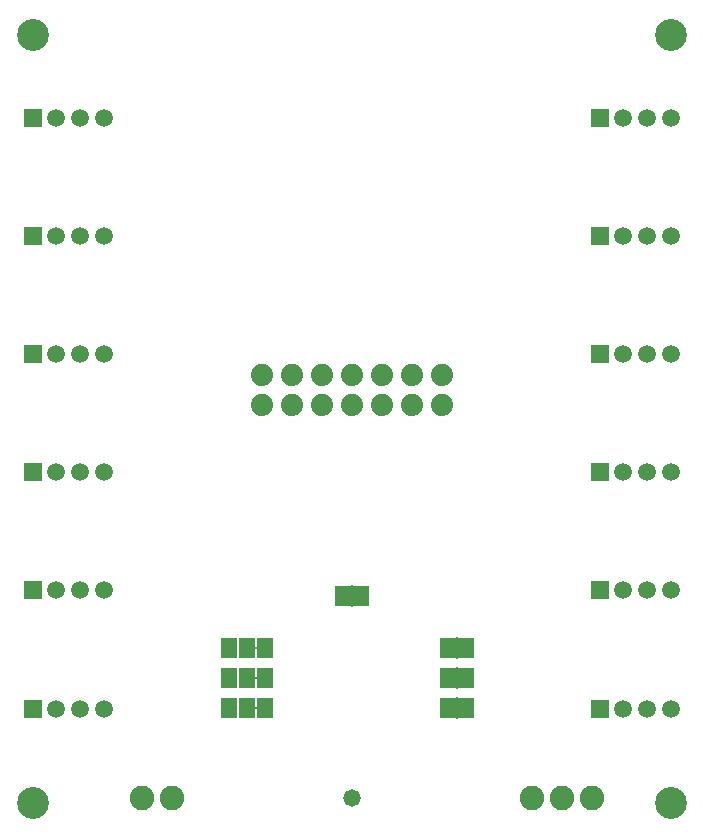
<source format=gbr>
G04 EAGLE Gerber RS-274X export*
G75*
%MOMM*%
%FSLAX34Y34*%
%LPD*%
%INSoldermask Bottom*%
%IPPOS*%
%AMOC8*
5,1,8,0,0,1.08239X$1,22.5*%
G01*
%ADD10C,2.703200*%
%ADD11R,1.511200X1.511200*%
%ADD12C,1.511200*%
%ADD13R,0.508000X0.254000*%
%ADD14R,1.371600X1.803400*%
%ADD15R,0.152400X1.828800*%
%ADD16C,2.082800*%
%ADD17C,1.473200*%
%ADD18C,1.879600*%


D10*
X-270000Y-30000D03*
X270000Y-30000D03*
X270000Y620000D03*
X-270000Y620000D03*
D11*
X210000Y550000D03*
D12*
X230000Y550000D03*
X250000Y550000D03*
X270000Y550000D03*
D11*
X210000Y450000D03*
D12*
X230000Y450000D03*
X250000Y450000D03*
X270000Y450000D03*
D11*
X210000Y350000D03*
D12*
X230000Y350000D03*
X250000Y350000D03*
X270000Y350000D03*
D11*
X210000Y250000D03*
D12*
X230000Y250000D03*
X250000Y250000D03*
X270000Y250000D03*
D11*
X210000Y150000D03*
D12*
X230000Y150000D03*
X250000Y150000D03*
X270000Y150000D03*
D11*
X210000Y50000D03*
D12*
X230000Y50000D03*
X250000Y50000D03*
X270000Y50000D03*
D11*
X-270000Y550000D03*
D12*
X-250000Y550000D03*
X-230000Y550000D03*
X-210000Y550000D03*
D11*
X-270000Y450000D03*
D12*
X-250000Y450000D03*
X-230000Y450000D03*
X-210000Y450000D03*
D11*
X-270000Y350000D03*
D12*
X-250000Y350000D03*
X-230000Y350000D03*
X-210000Y350000D03*
D11*
X-270000Y250000D03*
D12*
X-250000Y250000D03*
X-230000Y250000D03*
X-210000Y250000D03*
D11*
X-270000Y150000D03*
D12*
X-250000Y150000D03*
X-230000Y150000D03*
X-210000Y150000D03*
D11*
X-270000Y50000D03*
D12*
X-250000Y50000D03*
X-230000Y50000D03*
X-210000Y50000D03*
D13*
X-81280Y76200D03*
D14*
X-73660Y76200D03*
X-88900Y76200D03*
X-104140Y76200D03*
D13*
X-81280Y50800D03*
D14*
X-73660Y50800D03*
X-88900Y50800D03*
X-104140Y50800D03*
D13*
X-81280Y101600D03*
D14*
X-73660Y101600D03*
X-88900Y101600D03*
X-104140Y101600D03*
D15*
X0Y145000D03*
D14*
X7620Y145000D03*
X-7620Y145000D03*
D15*
X88900Y50800D03*
D14*
X96520Y50800D03*
X81280Y50800D03*
D15*
X88900Y76200D03*
D14*
X96520Y76200D03*
X81280Y76200D03*
D15*
X88900Y101600D03*
D14*
X96520Y101600D03*
X81280Y101600D03*
D16*
X-177800Y-25400D03*
X-152400Y-25400D03*
X152400Y-25400D03*
X177800Y-25400D03*
X203200Y-25400D03*
D17*
X0Y-25400D03*
D18*
X76200Y307300D03*
X76200Y332700D03*
X-25400Y307300D03*
X-25400Y332700D03*
X-50800Y307300D03*
X-50800Y332700D03*
X50800Y307300D03*
X50800Y332700D03*
X-76200Y307300D03*
X-76200Y332700D03*
X0Y307300D03*
X0Y332700D03*
X25400Y307300D03*
X25400Y332700D03*
M02*

</source>
